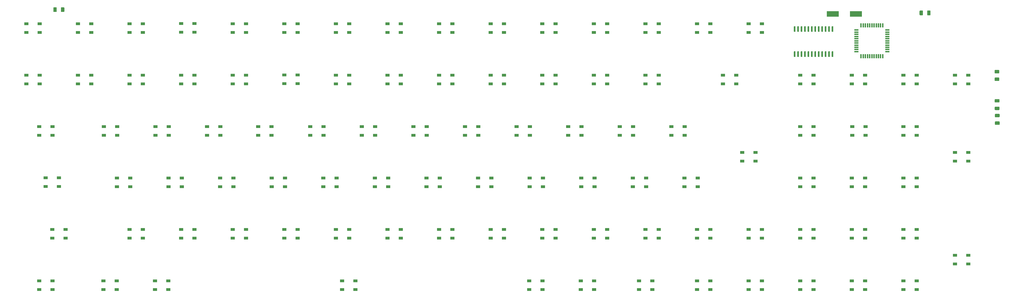
<source format=gbr>
G04 #@! TF.GenerationSoftware,KiCad,Pcbnew,(5.1.4)-1*
G04 #@! TF.CreationDate,2023-02-28T10:46:50+01:00*
G04 #@! TF.ProjectId,pcb,7063622e-6b69-4636-9164-5f7063625858,1.0*
G04 #@! TF.SameCoordinates,Original*
G04 #@! TF.FileFunction,Paste,Top*
G04 #@! TF.FilePolarity,Positive*
%FSLAX46Y46*%
G04 Gerber Fmt 4.6, Leading zero omitted, Abs format (unit mm)*
G04 Created by KiCad (PCBNEW (5.1.4)-1) date 2023-02-28 10:46:50*
%MOMM*%
%LPD*%
G04 APERTURE LIST*
%ADD10R,1.500000X0.550000*%
%ADD11R,0.550000X1.500000*%
%ADD12R,1.500000X1.000000*%
%ADD13R,4.500000X2.000000*%
%ADD14C,0.100000*%
%ADD15C,0.600000*%
%ADD16C,1.250000*%
G04 APERTURE END LIST*
D10*
X351712000Y-137286000D03*
X351712000Y-136486000D03*
X351712000Y-135686000D03*
X351712000Y-134886000D03*
X351712000Y-134086000D03*
X351712000Y-133286000D03*
X351712000Y-132486000D03*
X351712000Y-131686000D03*
X351712000Y-130886000D03*
X351712000Y-130086000D03*
X351712000Y-129286000D03*
D11*
X350012000Y-127586000D03*
X349212000Y-127586000D03*
X348412000Y-127586000D03*
X347612000Y-127586000D03*
X346812000Y-127586000D03*
X346012000Y-127586000D03*
X345212000Y-127586000D03*
X344412000Y-127586000D03*
X343612000Y-127586000D03*
X342812000Y-127586000D03*
X342012000Y-127586000D03*
D10*
X340312000Y-129286000D03*
X340312000Y-130086000D03*
X340312000Y-130886000D03*
X340312000Y-131686000D03*
X340312000Y-132486000D03*
X340312000Y-133286000D03*
X340312000Y-134086000D03*
X340312000Y-134886000D03*
X340312000Y-135686000D03*
X340312000Y-136486000D03*
X340312000Y-137286000D03*
D11*
X342012000Y-138986000D03*
X342812000Y-138986000D03*
X343612000Y-138986000D03*
X344412000Y-138986000D03*
X345212000Y-138986000D03*
X346012000Y-138986000D03*
X346812000Y-138986000D03*
X347612000Y-138986000D03*
X348412000Y-138986000D03*
X349212000Y-138986000D03*
X350012000Y-138986000D03*
D12*
X338608000Y-184138000D03*
X338608000Y-187338000D03*
X343508000Y-184138000D03*
X343508000Y-187338000D03*
X243358000Y-126988000D03*
X243358000Y-130188000D03*
X248258000Y-126988000D03*
X248258000Y-130188000D03*
X224308000Y-126988000D03*
X224308000Y-130188000D03*
X229208000Y-126988000D03*
X229208000Y-130188000D03*
X259996000Y-222238000D03*
X259996000Y-225438000D03*
X264896000Y-222238000D03*
X264896000Y-225438000D03*
X281458000Y-222238000D03*
X281458000Y-225438000D03*
X286358000Y-222238000D03*
X286358000Y-225438000D03*
X319558000Y-222238000D03*
X319558000Y-225438000D03*
X324458000Y-222238000D03*
X324458000Y-225438000D03*
X338608000Y-222238000D03*
X338608000Y-225438000D03*
X343508000Y-222238000D03*
X343508000Y-225438000D03*
X357658000Y-165088000D03*
X357658000Y-168288000D03*
X362558000Y-165088000D03*
X362558000Y-168288000D03*
X300508000Y-126988000D03*
X300508000Y-130188000D03*
X305408000Y-126988000D03*
X305408000Y-130188000D03*
X319558000Y-146038000D03*
X319558000Y-149238000D03*
X324458000Y-146038000D03*
X324458000Y-149238000D03*
X338608000Y-146038000D03*
X338608000Y-149238000D03*
X343508000Y-146038000D03*
X343508000Y-149238000D03*
X290984000Y-146038000D03*
X290984000Y-149238000D03*
X295884000Y-146038000D03*
X295884000Y-149238000D03*
X233834000Y-165088000D03*
X233834000Y-168288000D03*
X238734000Y-165088000D03*
X238734000Y-168288000D03*
X357658000Y-222238000D03*
X357658000Y-225438000D03*
X362558000Y-222238000D03*
X362558000Y-225438000D03*
X238660000Y-184138000D03*
X238660000Y-187338000D03*
X243560000Y-184138000D03*
X243560000Y-187338000D03*
X376708000Y-174612000D03*
X376708000Y-177812000D03*
X381608000Y-174612000D03*
X381608000Y-177812000D03*
X298096000Y-174612000D03*
X298096000Y-177812000D03*
X302996000Y-174612000D03*
X302996000Y-177812000D03*
X338736000Y-165088000D03*
X338736000Y-168288000D03*
X343636000Y-165088000D03*
X343636000Y-168288000D03*
X62383500Y-165088000D03*
X62383500Y-168288000D03*
X67283500Y-165088000D03*
X67283500Y-168288000D03*
X67209500Y-184138000D03*
X67209500Y-187338000D03*
X72109500Y-184138000D03*
X72109500Y-187338000D03*
X176684000Y-165088000D03*
X176684000Y-168288000D03*
X181584000Y-165088000D03*
X181584000Y-168288000D03*
X271934000Y-165088000D03*
X271934000Y-168288000D03*
X276834000Y-165088000D03*
X276834000Y-168288000D03*
X119406000Y-165088000D03*
X119406000Y-168288000D03*
X124306000Y-165088000D03*
X124306000Y-168288000D03*
X357658000Y-146038000D03*
X357658000Y-149238000D03*
X362558000Y-146038000D03*
X362558000Y-149238000D03*
X100484000Y-165088000D03*
X100484000Y-168288000D03*
X105384000Y-165088000D03*
X105384000Y-168288000D03*
X148108000Y-146038000D03*
X148108000Y-149238000D03*
X153008000Y-146038000D03*
X153008000Y-149238000D03*
X71908500Y-146038000D03*
X71908500Y-149238000D03*
X76808500Y-146038000D03*
X76808500Y-149238000D03*
X52858500Y-146038000D03*
X52858500Y-149238000D03*
X57758500Y-146038000D03*
X57758500Y-149238000D03*
X186208000Y-146038000D03*
X186208000Y-149238000D03*
X191108000Y-146038000D03*
X191108000Y-149238000D03*
X167158000Y-146038000D03*
X167158000Y-149238000D03*
X172058000Y-146038000D03*
X172058000Y-149238000D03*
X243358000Y-146038000D03*
X243358000Y-149238000D03*
X248258000Y-146038000D03*
X248258000Y-149238000D03*
X262408000Y-146038000D03*
X262408000Y-149238000D03*
X267308000Y-146038000D03*
X267308000Y-149238000D03*
X224308000Y-146038000D03*
X224308000Y-149238000D03*
X229208000Y-146038000D03*
X229208000Y-149238000D03*
X205258000Y-146038000D03*
X205258000Y-149238000D03*
X210158000Y-146038000D03*
X210158000Y-149238000D03*
X90958500Y-146038000D03*
X90958500Y-149238000D03*
X95858500Y-146038000D03*
X95858500Y-149238000D03*
X110008000Y-146038000D03*
X110008000Y-149238000D03*
X114908000Y-146038000D03*
X114908000Y-149238000D03*
X129058000Y-145974000D03*
X129058000Y-149174000D03*
X133958000Y-145974000D03*
X133958000Y-149174000D03*
X81433500Y-165088000D03*
X81433500Y-168288000D03*
X86333500Y-165088000D03*
X86333500Y-168288000D03*
X252884000Y-165088000D03*
X252884000Y-168288000D03*
X257784000Y-165088000D03*
X257784000Y-168288000D03*
X195734000Y-165088000D03*
X195734000Y-168288000D03*
X200634000Y-165088000D03*
X200634000Y-168288000D03*
X357658000Y-184138000D03*
X357658000Y-187338000D03*
X362558000Y-184138000D03*
X362558000Y-187338000D03*
X90958500Y-203188000D03*
X90958500Y-206388000D03*
X95858500Y-203188000D03*
X95858500Y-206388000D03*
X276760000Y-184138000D03*
X276760000Y-187338000D03*
X281660000Y-184138000D03*
X281660000Y-187338000D03*
X300508000Y-203188000D03*
X300508000Y-206388000D03*
X305408000Y-203188000D03*
X305408000Y-206388000D03*
X281458000Y-203188000D03*
X281458000Y-206388000D03*
X286358000Y-203188000D03*
X286358000Y-206388000D03*
X81306500Y-222238000D03*
X81306500Y-225438000D03*
X86206500Y-222238000D03*
X86206500Y-225438000D03*
X338608000Y-203188000D03*
X338608000Y-206388000D03*
X343508000Y-203188000D03*
X343508000Y-206388000D03*
X376708000Y-212712000D03*
X376708000Y-215912000D03*
X381608000Y-212712000D03*
X381608000Y-215912000D03*
X219482000Y-222238000D03*
X219482000Y-225438000D03*
X224382000Y-222238000D03*
X224382000Y-225438000D03*
X150394000Y-222238000D03*
X150394000Y-225438000D03*
X155294000Y-222238000D03*
X155294000Y-225438000D03*
X62256500Y-222238000D03*
X62256500Y-225438000D03*
X67156500Y-222238000D03*
X67156500Y-225438000D03*
X357658000Y-203188000D03*
X357658000Y-206388000D03*
X362558000Y-203188000D03*
X362558000Y-206388000D03*
X319558000Y-203188000D03*
X319558000Y-206388000D03*
X324458000Y-203188000D03*
X324458000Y-206388000D03*
X71908500Y-203188000D03*
X71908500Y-206388000D03*
X76808500Y-203188000D03*
X76808500Y-206388000D03*
X110008000Y-203188000D03*
X110008000Y-206388000D03*
X114908000Y-203188000D03*
X114908000Y-206388000D03*
X186208000Y-203188000D03*
X186208000Y-206388000D03*
X191108000Y-203188000D03*
X191108000Y-206388000D03*
X262408000Y-203188000D03*
X262408000Y-206388000D03*
X267308000Y-203188000D03*
X267308000Y-206388000D03*
X243358000Y-203188000D03*
X243358000Y-206388000D03*
X248258000Y-203188000D03*
X248258000Y-206388000D03*
X300508000Y-222238000D03*
X300508000Y-225438000D03*
X305408000Y-222238000D03*
X305408000Y-225438000D03*
X129058000Y-203188000D03*
X129058000Y-206388000D03*
X133958000Y-203188000D03*
X133958000Y-206388000D03*
X224308000Y-203188000D03*
X224308000Y-206388000D03*
X229208000Y-203188000D03*
X229208000Y-206388000D03*
X148108000Y-203188000D03*
X148108000Y-206388000D03*
X153008000Y-203188000D03*
X153008000Y-206388000D03*
X167158000Y-203188000D03*
X167158000Y-206388000D03*
X172058000Y-203188000D03*
X172058000Y-206388000D03*
X319558000Y-184138000D03*
X319558000Y-187338000D03*
X324458000Y-184138000D03*
X324458000Y-187338000D03*
X238532000Y-222238000D03*
X238532000Y-225438000D03*
X243432000Y-222238000D03*
X243432000Y-225438000D03*
X205258000Y-203188000D03*
X205258000Y-206388000D03*
X210158000Y-203188000D03*
X210158000Y-206388000D03*
X214784000Y-165088000D03*
X214784000Y-168288000D03*
X219684000Y-165088000D03*
X219684000Y-168288000D03*
X138584000Y-165088000D03*
X138584000Y-168288000D03*
X143484000Y-165088000D03*
X143484000Y-168288000D03*
X319558000Y-165088000D03*
X319558000Y-168288000D03*
X324458000Y-165088000D03*
X324458000Y-168288000D03*
X181510000Y-184138000D03*
X181510000Y-187338000D03*
X186410000Y-184138000D03*
X186410000Y-187338000D03*
X143410000Y-184138000D03*
X143410000Y-187338000D03*
X148310000Y-184138000D03*
X148310000Y-187338000D03*
X86259500Y-184138000D03*
X86259500Y-187338000D03*
X91159500Y-184138000D03*
X91159500Y-187338000D03*
X200560000Y-184138000D03*
X200560000Y-187338000D03*
X205460000Y-184138000D03*
X205460000Y-187338000D03*
X124360000Y-184138000D03*
X124360000Y-187338000D03*
X129260000Y-184138000D03*
X129260000Y-187338000D03*
X105310000Y-184138000D03*
X105310000Y-187338000D03*
X110210000Y-184138000D03*
X110210000Y-187338000D03*
X257710000Y-184138000D03*
X257710000Y-187338000D03*
X262610000Y-184138000D03*
X262610000Y-187338000D03*
X219610000Y-184138000D03*
X219610000Y-187338000D03*
X224510000Y-184138000D03*
X224510000Y-187338000D03*
X162460000Y-184138000D03*
X162460000Y-187338000D03*
X167360000Y-184138000D03*
X167360000Y-187338000D03*
X157634000Y-165088000D03*
X157634000Y-168288000D03*
X162534000Y-165088000D03*
X162534000Y-168288000D03*
X376708000Y-146038000D03*
X376708000Y-149238000D03*
X381608000Y-146038000D03*
X381608000Y-149238000D03*
X40920500Y-184074000D03*
X40920500Y-187274000D03*
X45820500Y-184074000D03*
X45820500Y-187274000D03*
X38507500Y-165088000D03*
X38507500Y-168288000D03*
X43407500Y-165088000D03*
X43407500Y-168288000D03*
X38507500Y-222238000D03*
X38507500Y-225438000D03*
X43407500Y-222238000D03*
X43407500Y-225438000D03*
X43333500Y-203188000D03*
X43333500Y-206388000D03*
X48233500Y-203188000D03*
X48233500Y-206388000D03*
X33808500Y-146038000D03*
X33808500Y-149238000D03*
X38708500Y-146038000D03*
X38708500Y-149238000D03*
X205258000Y-126988000D03*
X205258000Y-130188000D03*
X210158000Y-126988000D03*
X210158000Y-130188000D03*
X281458000Y-126988000D03*
X281458000Y-130188000D03*
X286358000Y-126988000D03*
X286358000Y-130188000D03*
X262408000Y-126988000D03*
X262408000Y-130188000D03*
X267308000Y-126988000D03*
X267308000Y-130188000D03*
X186208000Y-126988000D03*
X186208000Y-130188000D03*
X191108000Y-126988000D03*
X191108000Y-130188000D03*
X110008000Y-126988000D03*
X110008000Y-130188000D03*
X114908000Y-126988000D03*
X114908000Y-130188000D03*
X167158000Y-126988000D03*
X167158000Y-130188000D03*
X172058000Y-126988000D03*
X172058000Y-130188000D03*
X71908500Y-126988000D03*
X71908500Y-130188000D03*
X76808500Y-126988000D03*
X76808500Y-130188000D03*
X90958500Y-126924000D03*
X90958500Y-130124000D03*
X95858500Y-126924000D03*
X95858500Y-130124000D03*
X148108000Y-126988000D03*
X148108000Y-130188000D03*
X153008000Y-126988000D03*
X153008000Y-130188000D03*
X129058000Y-126988000D03*
X129058000Y-130188000D03*
X133958000Y-126988000D03*
X133958000Y-130188000D03*
X52858500Y-126988000D03*
X52858500Y-130188000D03*
X57758500Y-126988000D03*
X57758500Y-130188000D03*
X33808500Y-126988000D03*
X33808500Y-130188000D03*
X38708500Y-126988000D03*
X38708500Y-130188000D03*
D13*
X340102000Y-123317000D03*
X331602000Y-123317000D03*
D14*
G36*
X317664703Y-137165722D02*
G01*
X317679264Y-137167882D01*
X317693543Y-137171459D01*
X317707403Y-137176418D01*
X317720710Y-137182712D01*
X317733336Y-137190280D01*
X317745159Y-137199048D01*
X317756066Y-137208934D01*
X317765952Y-137219841D01*
X317774720Y-137231664D01*
X317782288Y-137244290D01*
X317788582Y-137257597D01*
X317793541Y-137271457D01*
X317797118Y-137285736D01*
X317799278Y-137300297D01*
X317800000Y-137315000D01*
X317800000Y-139065000D01*
X317799278Y-139079703D01*
X317797118Y-139094264D01*
X317793541Y-139108543D01*
X317788582Y-139122403D01*
X317782288Y-139135710D01*
X317774720Y-139148336D01*
X317765952Y-139160159D01*
X317756066Y-139171066D01*
X317745159Y-139180952D01*
X317733336Y-139189720D01*
X317720710Y-139197288D01*
X317707403Y-139203582D01*
X317693543Y-139208541D01*
X317679264Y-139212118D01*
X317664703Y-139214278D01*
X317650000Y-139215000D01*
X317350000Y-139215000D01*
X317335297Y-139214278D01*
X317320736Y-139212118D01*
X317306457Y-139208541D01*
X317292597Y-139203582D01*
X317279290Y-139197288D01*
X317266664Y-139189720D01*
X317254841Y-139180952D01*
X317243934Y-139171066D01*
X317234048Y-139160159D01*
X317225280Y-139148336D01*
X317217712Y-139135710D01*
X317211418Y-139122403D01*
X317206459Y-139108543D01*
X317202882Y-139094264D01*
X317200722Y-139079703D01*
X317200000Y-139065000D01*
X317200000Y-137315000D01*
X317200722Y-137300297D01*
X317202882Y-137285736D01*
X317206459Y-137271457D01*
X317211418Y-137257597D01*
X317217712Y-137244290D01*
X317225280Y-137231664D01*
X317234048Y-137219841D01*
X317243934Y-137208934D01*
X317254841Y-137199048D01*
X317266664Y-137190280D01*
X317279290Y-137182712D01*
X317292597Y-137176418D01*
X317306457Y-137171459D01*
X317320736Y-137167882D01*
X317335297Y-137165722D01*
X317350000Y-137165000D01*
X317650000Y-137165000D01*
X317664703Y-137165722D01*
X317664703Y-137165722D01*
G37*
D15*
X317500000Y-138190000D03*
D14*
G36*
X318934703Y-137165722D02*
G01*
X318949264Y-137167882D01*
X318963543Y-137171459D01*
X318977403Y-137176418D01*
X318990710Y-137182712D01*
X319003336Y-137190280D01*
X319015159Y-137199048D01*
X319026066Y-137208934D01*
X319035952Y-137219841D01*
X319044720Y-137231664D01*
X319052288Y-137244290D01*
X319058582Y-137257597D01*
X319063541Y-137271457D01*
X319067118Y-137285736D01*
X319069278Y-137300297D01*
X319070000Y-137315000D01*
X319070000Y-139065000D01*
X319069278Y-139079703D01*
X319067118Y-139094264D01*
X319063541Y-139108543D01*
X319058582Y-139122403D01*
X319052288Y-139135710D01*
X319044720Y-139148336D01*
X319035952Y-139160159D01*
X319026066Y-139171066D01*
X319015159Y-139180952D01*
X319003336Y-139189720D01*
X318990710Y-139197288D01*
X318977403Y-139203582D01*
X318963543Y-139208541D01*
X318949264Y-139212118D01*
X318934703Y-139214278D01*
X318920000Y-139215000D01*
X318620000Y-139215000D01*
X318605297Y-139214278D01*
X318590736Y-139212118D01*
X318576457Y-139208541D01*
X318562597Y-139203582D01*
X318549290Y-139197288D01*
X318536664Y-139189720D01*
X318524841Y-139180952D01*
X318513934Y-139171066D01*
X318504048Y-139160159D01*
X318495280Y-139148336D01*
X318487712Y-139135710D01*
X318481418Y-139122403D01*
X318476459Y-139108543D01*
X318472882Y-139094264D01*
X318470722Y-139079703D01*
X318470000Y-139065000D01*
X318470000Y-137315000D01*
X318470722Y-137300297D01*
X318472882Y-137285736D01*
X318476459Y-137271457D01*
X318481418Y-137257597D01*
X318487712Y-137244290D01*
X318495280Y-137231664D01*
X318504048Y-137219841D01*
X318513934Y-137208934D01*
X318524841Y-137199048D01*
X318536664Y-137190280D01*
X318549290Y-137182712D01*
X318562597Y-137176418D01*
X318576457Y-137171459D01*
X318590736Y-137167882D01*
X318605297Y-137165722D01*
X318620000Y-137165000D01*
X318920000Y-137165000D01*
X318934703Y-137165722D01*
X318934703Y-137165722D01*
G37*
D15*
X318770000Y-138190000D03*
D14*
G36*
X320204703Y-137165722D02*
G01*
X320219264Y-137167882D01*
X320233543Y-137171459D01*
X320247403Y-137176418D01*
X320260710Y-137182712D01*
X320273336Y-137190280D01*
X320285159Y-137199048D01*
X320296066Y-137208934D01*
X320305952Y-137219841D01*
X320314720Y-137231664D01*
X320322288Y-137244290D01*
X320328582Y-137257597D01*
X320333541Y-137271457D01*
X320337118Y-137285736D01*
X320339278Y-137300297D01*
X320340000Y-137315000D01*
X320340000Y-139065000D01*
X320339278Y-139079703D01*
X320337118Y-139094264D01*
X320333541Y-139108543D01*
X320328582Y-139122403D01*
X320322288Y-139135710D01*
X320314720Y-139148336D01*
X320305952Y-139160159D01*
X320296066Y-139171066D01*
X320285159Y-139180952D01*
X320273336Y-139189720D01*
X320260710Y-139197288D01*
X320247403Y-139203582D01*
X320233543Y-139208541D01*
X320219264Y-139212118D01*
X320204703Y-139214278D01*
X320190000Y-139215000D01*
X319890000Y-139215000D01*
X319875297Y-139214278D01*
X319860736Y-139212118D01*
X319846457Y-139208541D01*
X319832597Y-139203582D01*
X319819290Y-139197288D01*
X319806664Y-139189720D01*
X319794841Y-139180952D01*
X319783934Y-139171066D01*
X319774048Y-139160159D01*
X319765280Y-139148336D01*
X319757712Y-139135710D01*
X319751418Y-139122403D01*
X319746459Y-139108543D01*
X319742882Y-139094264D01*
X319740722Y-139079703D01*
X319740000Y-139065000D01*
X319740000Y-137315000D01*
X319740722Y-137300297D01*
X319742882Y-137285736D01*
X319746459Y-137271457D01*
X319751418Y-137257597D01*
X319757712Y-137244290D01*
X319765280Y-137231664D01*
X319774048Y-137219841D01*
X319783934Y-137208934D01*
X319794841Y-137199048D01*
X319806664Y-137190280D01*
X319819290Y-137182712D01*
X319832597Y-137176418D01*
X319846457Y-137171459D01*
X319860736Y-137167882D01*
X319875297Y-137165722D01*
X319890000Y-137165000D01*
X320190000Y-137165000D01*
X320204703Y-137165722D01*
X320204703Y-137165722D01*
G37*
D15*
X320040000Y-138190000D03*
D14*
G36*
X321474703Y-137165722D02*
G01*
X321489264Y-137167882D01*
X321503543Y-137171459D01*
X321517403Y-137176418D01*
X321530710Y-137182712D01*
X321543336Y-137190280D01*
X321555159Y-137199048D01*
X321566066Y-137208934D01*
X321575952Y-137219841D01*
X321584720Y-137231664D01*
X321592288Y-137244290D01*
X321598582Y-137257597D01*
X321603541Y-137271457D01*
X321607118Y-137285736D01*
X321609278Y-137300297D01*
X321610000Y-137315000D01*
X321610000Y-139065000D01*
X321609278Y-139079703D01*
X321607118Y-139094264D01*
X321603541Y-139108543D01*
X321598582Y-139122403D01*
X321592288Y-139135710D01*
X321584720Y-139148336D01*
X321575952Y-139160159D01*
X321566066Y-139171066D01*
X321555159Y-139180952D01*
X321543336Y-139189720D01*
X321530710Y-139197288D01*
X321517403Y-139203582D01*
X321503543Y-139208541D01*
X321489264Y-139212118D01*
X321474703Y-139214278D01*
X321460000Y-139215000D01*
X321160000Y-139215000D01*
X321145297Y-139214278D01*
X321130736Y-139212118D01*
X321116457Y-139208541D01*
X321102597Y-139203582D01*
X321089290Y-139197288D01*
X321076664Y-139189720D01*
X321064841Y-139180952D01*
X321053934Y-139171066D01*
X321044048Y-139160159D01*
X321035280Y-139148336D01*
X321027712Y-139135710D01*
X321021418Y-139122403D01*
X321016459Y-139108543D01*
X321012882Y-139094264D01*
X321010722Y-139079703D01*
X321010000Y-139065000D01*
X321010000Y-137315000D01*
X321010722Y-137300297D01*
X321012882Y-137285736D01*
X321016459Y-137271457D01*
X321021418Y-137257597D01*
X321027712Y-137244290D01*
X321035280Y-137231664D01*
X321044048Y-137219841D01*
X321053934Y-137208934D01*
X321064841Y-137199048D01*
X321076664Y-137190280D01*
X321089290Y-137182712D01*
X321102597Y-137176418D01*
X321116457Y-137171459D01*
X321130736Y-137167882D01*
X321145297Y-137165722D01*
X321160000Y-137165000D01*
X321460000Y-137165000D01*
X321474703Y-137165722D01*
X321474703Y-137165722D01*
G37*
D15*
X321310000Y-138190000D03*
D14*
G36*
X322744703Y-137165722D02*
G01*
X322759264Y-137167882D01*
X322773543Y-137171459D01*
X322787403Y-137176418D01*
X322800710Y-137182712D01*
X322813336Y-137190280D01*
X322825159Y-137199048D01*
X322836066Y-137208934D01*
X322845952Y-137219841D01*
X322854720Y-137231664D01*
X322862288Y-137244290D01*
X322868582Y-137257597D01*
X322873541Y-137271457D01*
X322877118Y-137285736D01*
X322879278Y-137300297D01*
X322880000Y-137315000D01*
X322880000Y-139065000D01*
X322879278Y-139079703D01*
X322877118Y-139094264D01*
X322873541Y-139108543D01*
X322868582Y-139122403D01*
X322862288Y-139135710D01*
X322854720Y-139148336D01*
X322845952Y-139160159D01*
X322836066Y-139171066D01*
X322825159Y-139180952D01*
X322813336Y-139189720D01*
X322800710Y-139197288D01*
X322787403Y-139203582D01*
X322773543Y-139208541D01*
X322759264Y-139212118D01*
X322744703Y-139214278D01*
X322730000Y-139215000D01*
X322430000Y-139215000D01*
X322415297Y-139214278D01*
X322400736Y-139212118D01*
X322386457Y-139208541D01*
X322372597Y-139203582D01*
X322359290Y-139197288D01*
X322346664Y-139189720D01*
X322334841Y-139180952D01*
X322323934Y-139171066D01*
X322314048Y-139160159D01*
X322305280Y-139148336D01*
X322297712Y-139135710D01*
X322291418Y-139122403D01*
X322286459Y-139108543D01*
X322282882Y-139094264D01*
X322280722Y-139079703D01*
X322280000Y-139065000D01*
X322280000Y-137315000D01*
X322280722Y-137300297D01*
X322282882Y-137285736D01*
X322286459Y-137271457D01*
X322291418Y-137257597D01*
X322297712Y-137244290D01*
X322305280Y-137231664D01*
X322314048Y-137219841D01*
X322323934Y-137208934D01*
X322334841Y-137199048D01*
X322346664Y-137190280D01*
X322359290Y-137182712D01*
X322372597Y-137176418D01*
X322386457Y-137171459D01*
X322400736Y-137167882D01*
X322415297Y-137165722D01*
X322430000Y-137165000D01*
X322730000Y-137165000D01*
X322744703Y-137165722D01*
X322744703Y-137165722D01*
G37*
D15*
X322580000Y-138190000D03*
D14*
G36*
X324014703Y-137165722D02*
G01*
X324029264Y-137167882D01*
X324043543Y-137171459D01*
X324057403Y-137176418D01*
X324070710Y-137182712D01*
X324083336Y-137190280D01*
X324095159Y-137199048D01*
X324106066Y-137208934D01*
X324115952Y-137219841D01*
X324124720Y-137231664D01*
X324132288Y-137244290D01*
X324138582Y-137257597D01*
X324143541Y-137271457D01*
X324147118Y-137285736D01*
X324149278Y-137300297D01*
X324150000Y-137315000D01*
X324150000Y-139065000D01*
X324149278Y-139079703D01*
X324147118Y-139094264D01*
X324143541Y-139108543D01*
X324138582Y-139122403D01*
X324132288Y-139135710D01*
X324124720Y-139148336D01*
X324115952Y-139160159D01*
X324106066Y-139171066D01*
X324095159Y-139180952D01*
X324083336Y-139189720D01*
X324070710Y-139197288D01*
X324057403Y-139203582D01*
X324043543Y-139208541D01*
X324029264Y-139212118D01*
X324014703Y-139214278D01*
X324000000Y-139215000D01*
X323700000Y-139215000D01*
X323685297Y-139214278D01*
X323670736Y-139212118D01*
X323656457Y-139208541D01*
X323642597Y-139203582D01*
X323629290Y-139197288D01*
X323616664Y-139189720D01*
X323604841Y-139180952D01*
X323593934Y-139171066D01*
X323584048Y-139160159D01*
X323575280Y-139148336D01*
X323567712Y-139135710D01*
X323561418Y-139122403D01*
X323556459Y-139108543D01*
X323552882Y-139094264D01*
X323550722Y-139079703D01*
X323550000Y-139065000D01*
X323550000Y-137315000D01*
X323550722Y-137300297D01*
X323552882Y-137285736D01*
X323556459Y-137271457D01*
X323561418Y-137257597D01*
X323567712Y-137244290D01*
X323575280Y-137231664D01*
X323584048Y-137219841D01*
X323593934Y-137208934D01*
X323604841Y-137199048D01*
X323616664Y-137190280D01*
X323629290Y-137182712D01*
X323642597Y-137176418D01*
X323656457Y-137171459D01*
X323670736Y-137167882D01*
X323685297Y-137165722D01*
X323700000Y-137165000D01*
X324000000Y-137165000D01*
X324014703Y-137165722D01*
X324014703Y-137165722D01*
G37*
D15*
X323850000Y-138190000D03*
D14*
G36*
X325284703Y-137165722D02*
G01*
X325299264Y-137167882D01*
X325313543Y-137171459D01*
X325327403Y-137176418D01*
X325340710Y-137182712D01*
X325353336Y-137190280D01*
X325365159Y-137199048D01*
X325376066Y-137208934D01*
X325385952Y-137219841D01*
X325394720Y-137231664D01*
X325402288Y-137244290D01*
X325408582Y-137257597D01*
X325413541Y-137271457D01*
X325417118Y-137285736D01*
X325419278Y-137300297D01*
X325420000Y-137315000D01*
X325420000Y-139065000D01*
X325419278Y-139079703D01*
X325417118Y-139094264D01*
X325413541Y-139108543D01*
X325408582Y-139122403D01*
X325402288Y-139135710D01*
X325394720Y-139148336D01*
X325385952Y-139160159D01*
X325376066Y-139171066D01*
X325365159Y-139180952D01*
X325353336Y-139189720D01*
X325340710Y-139197288D01*
X325327403Y-139203582D01*
X325313543Y-139208541D01*
X325299264Y-139212118D01*
X325284703Y-139214278D01*
X325270000Y-139215000D01*
X324970000Y-139215000D01*
X324955297Y-139214278D01*
X324940736Y-139212118D01*
X324926457Y-139208541D01*
X324912597Y-139203582D01*
X324899290Y-139197288D01*
X324886664Y-139189720D01*
X324874841Y-139180952D01*
X324863934Y-139171066D01*
X324854048Y-139160159D01*
X324845280Y-139148336D01*
X324837712Y-139135710D01*
X324831418Y-139122403D01*
X324826459Y-139108543D01*
X324822882Y-139094264D01*
X324820722Y-139079703D01*
X324820000Y-139065000D01*
X324820000Y-137315000D01*
X324820722Y-137300297D01*
X324822882Y-137285736D01*
X324826459Y-137271457D01*
X324831418Y-137257597D01*
X324837712Y-137244290D01*
X324845280Y-137231664D01*
X324854048Y-137219841D01*
X324863934Y-137208934D01*
X324874841Y-137199048D01*
X324886664Y-137190280D01*
X324899290Y-137182712D01*
X324912597Y-137176418D01*
X324926457Y-137171459D01*
X324940736Y-137167882D01*
X324955297Y-137165722D01*
X324970000Y-137165000D01*
X325270000Y-137165000D01*
X325284703Y-137165722D01*
X325284703Y-137165722D01*
G37*
D15*
X325120000Y-138190000D03*
D14*
G36*
X326554703Y-137165722D02*
G01*
X326569264Y-137167882D01*
X326583543Y-137171459D01*
X326597403Y-137176418D01*
X326610710Y-137182712D01*
X326623336Y-137190280D01*
X326635159Y-137199048D01*
X326646066Y-137208934D01*
X326655952Y-137219841D01*
X326664720Y-137231664D01*
X326672288Y-137244290D01*
X326678582Y-137257597D01*
X326683541Y-137271457D01*
X326687118Y-137285736D01*
X326689278Y-137300297D01*
X326690000Y-137315000D01*
X326690000Y-139065000D01*
X326689278Y-139079703D01*
X326687118Y-139094264D01*
X326683541Y-139108543D01*
X326678582Y-139122403D01*
X326672288Y-139135710D01*
X326664720Y-139148336D01*
X326655952Y-139160159D01*
X326646066Y-139171066D01*
X326635159Y-139180952D01*
X326623336Y-139189720D01*
X326610710Y-139197288D01*
X326597403Y-139203582D01*
X326583543Y-139208541D01*
X326569264Y-139212118D01*
X326554703Y-139214278D01*
X326540000Y-139215000D01*
X326240000Y-139215000D01*
X326225297Y-139214278D01*
X326210736Y-139212118D01*
X326196457Y-139208541D01*
X326182597Y-139203582D01*
X326169290Y-139197288D01*
X326156664Y-139189720D01*
X326144841Y-139180952D01*
X326133934Y-139171066D01*
X326124048Y-139160159D01*
X326115280Y-139148336D01*
X326107712Y-139135710D01*
X326101418Y-139122403D01*
X326096459Y-139108543D01*
X326092882Y-139094264D01*
X326090722Y-139079703D01*
X326090000Y-139065000D01*
X326090000Y-137315000D01*
X326090722Y-137300297D01*
X326092882Y-137285736D01*
X326096459Y-137271457D01*
X326101418Y-137257597D01*
X326107712Y-137244290D01*
X326115280Y-137231664D01*
X326124048Y-137219841D01*
X326133934Y-137208934D01*
X326144841Y-137199048D01*
X326156664Y-137190280D01*
X326169290Y-137182712D01*
X326182597Y-137176418D01*
X326196457Y-137171459D01*
X326210736Y-137167882D01*
X326225297Y-137165722D01*
X326240000Y-137165000D01*
X326540000Y-137165000D01*
X326554703Y-137165722D01*
X326554703Y-137165722D01*
G37*
D15*
X326390000Y-138190000D03*
D14*
G36*
X327824703Y-137165722D02*
G01*
X327839264Y-137167882D01*
X327853543Y-137171459D01*
X327867403Y-137176418D01*
X327880710Y-137182712D01*
X327893336Y-137190280D01*
X327905159Y-137199048D01*
X327916066Y-137208934D01*
X327925952Y-137219841D01*
X327934720Y-137231664D01*
X327942288Y-137244290D01*
X327948582Y-137257597D01*
X327953541Y-137271457D01*
X327957118Y-137285736D01*
X327959278Y-137300297D01*
X327960000Y-137315000D01*
X327960000Y-139065000D01*
X327959278Y-139079703D01*
X327957118Y-139094264D01*
X327953541Y-139108543D01*
X327948582Y-139122403D01*
X327942288Y-139135710D01*
X327934720Y-139148336D01*
X327925952Y-139160159D01*
X327916066Y-139171066D01*
X327905159Y-139180952D01*
X327893336Y-139189720D01*
X327880710Y-139197288D01*
X327867403Y-139203582D01*
X327853543Y-139208541D01*
X327839264Y-139212118D01*
X327824703Y-139214278D01*
X327810000Y-139215000D01*
X327510000Y-139215000D01*
X327495297Y-139214278D01*
X327480736Y-139212118D01*
X327466457Y-139208541D01*
X327452597Y-139203582D01*
X327439290Y-139197288D01*
X327426664Y-139189720D01*
X327414841Y-139180952D01*
X327403934Y-139171066D01*
X327394048Y-139160159D01*
X327385280Y-139148336D01*
X327377712Y-139135710D01*
X327371418Y-139122403D01*
X327366459Y-139108543D01*
X327362882Y-139094264D01*
X327360722Y-139079703D01*
X327360000Y-139065000D01*
X327360000Y-137315000D01*
X327360722Y-137300297D01*
X327362882Y-137285736D01*
X327366459Y-137271457D01*
X327371418Y-137257597D01*
X327377712Y-137244290D01*
X327385280Y-137231664D01*
X327394048Y-137219841D01*
X327403934Y-137208934D01*
X327414841Y-137199048D01*
X327426664Y-137190280D01*
X327439290Y-137182712D01*
X327452597Y-137176418D01*
X327466457Y-137171459D01*
X327480736Y-137167882D01*
X327495297Y-137165722D01*
X327510000Y-137165000D01*
X327810000Y-137165000D01*
X327824703Y-137165722D01*
X327824703Y-137165722D01*
G37*
D15*
X327660000Y-138190000D03*
D14*
G36*
X329094703Y-137165722D02*
G01*
X329109264Y-137167882D01*
X329123543Y-137171459D01*
X329137403Y-137176418D01*
X329150710Y-137182712D01*
X329163336Y-137190280D01*
X329175159Y-137199048D01*
X329186066Y-137208934D01*
X329195952Y-137219841D01*
X329204720Y-137231664D01*
X329212288Y-137244290D01*
X329218582Y-137257597D01*
X329223541Y-137271457D01*
X329227118Y-137285736D01*
X329229278Y-137300297D01*
X329230000Y-137315000D01*
X329230000Y-139065000D01*
X329229278Y-139079703D01*
X329227118Y-139094264D01*
X329223541Y-139108543D01*
X329218582Y-139122403D01*
X329212288Y-139135710D01*
X329204720Y-139148336D01*
X329195952Y-139160159D01*
X329186066Y-139171066D01*
X329175159Y-139180952D01*
X329163336Y-139189720D01*
X329150710Y-139197288D01*
X329137403Y-139203582D01*
X329123543Y-139208541D01*
X329109264Y-139212118D01*
X329094703Y-139214278D01*
X329080000Y-139215000D01*
X328780000Y-139215000D01*
X328765297Y-139214278D01*
X328750736Y-139212118D01*
X328736457Y-139208541D01*
X328722597Y-139203582D01*
X328709290Y-139197288D01*
X328696664Y-139189720D01*
X328684841Y-139180952D01*
X328673934Y-139171066D01*
X328664048Y-139160159D01*
X328655280Y-139148336D01*
X328647712Y-139135710D01*
X328641418Y-139122403D01*
X328636459Y-139108543D01*
X328632882Y-139094264D01*
X328630722Y-139079703D01*
X328630000Y-139065000D01*
X328630000Y-137315000D01*
X328630722Y-137300297D01*
X328632882Y-137285736D01*
X328636459Y-137271457D01*
X328641418Y-137257597D01*
X328647712Y-137244290D01*
X328655280Y-137231664D01*
X328664048Y-137219841D01*
X328673934Y-137208934D01*
X328684841Y-137199048D01*
X328696664Y-137190280D01*
X328709290Y-137182712D01*
X328722597Y-137176418D01*
X328736457Y-137171459D01*
X328750736Y-137167882D01*
X328765297Y-137165722D01*
X328780000Y-137165000D01*
X329080000Y-137165000D01*
X329094703Y-137165722D01*
X329094703Y-137165722D01*
G37*
D15*
X328930000Y-138190000D03*
D14*
G36*
X330364703Y-137165722D02*
G01*
X330379264Y-137167882D01*
X330393543Y-137171459D01*
X330407403Y-137176418D01*
X330420710Y-137182712D01*
X330433336Y-137190280D01*
X330445159Y-137199048D01*
X330456066Y-137208934D01*
X330465952Y-137219841D01*
X330474720Y-137231664D01*
X330482288Y-137244290D01*
X330488582Y-137257597D01*
X330493541Y-137271457D01*
X330497118Y-137285736D01*
X330499278Y-137300297D01*
X330500000Y-137315000D01*
X330500000Y-139065000D01*
X330499278Y-139079703D01*
X330497118Y-139094264D01*
X330493541Y-139108543D01*
X330488582Y-139122403D01*
X330482288Y-139135710D01*
X330474720Y-139148336D01*
X330465952Y-139160159D01*
X330456066Y-139171066D01*
X330445159Y-139180952D01*
X330433336Y-139189720D01*
X330420710Y-139197288D01*
X330407403Y-139203582D01*
X330393543Y-139208541D01*
X330379264Y-139212118D01*
X330364703Y-139214278D01*
X330350000Y-139215000D01*
X330050000Y-139215000D01*
X330035297Y-139214278D01*
X330020736Y-139212118D01*
X330006457Y-139208541D01*
X329992597Y-139203582D01*
X329979290Y-139197288D01*
X329966664Y-139189720D01*
X329954841Y-139180952D01*
X329943934Y-139171066D01*
X329934048Y-139160159D01*
X329925280Y-139148336D01*
X329917712Y-139135710D01*
X329911418Y-139122403D01*
X329906459Y-139108543D01*
X329902882Y-139094264D01*
X329900722Y-139079703D01*
X329900000Y-139065000D01*
X329900000Y-137315000D01*
X329900722Y-137300297D01*
X329902882Y-137285736D01*
X329906459Y-137271457D01*
X329911418Y-137257597D01*
X329917712Y-137244290D01*
X329925280Y-137231664D01*
X329934048Y-137219841D01*
X329943934Y-137208934D01*
X329954841Y-137199048D01*
X329966664Y-137190280D01*
X329979290Y-137182712D01*
X329992597Y-137176418D01*
X330006457Y-137171459D01*
X330020736Y-137167882D01*
X330035297Y-137165722D01*
X330050000Y-137165000D01*
X330350000Y-137165000D01*
X330364703Y-137165722D01*
X330364703Y-137165722D01*
G37*
D15*
X330200000Y-138190000D03*
D14*
G36*
X331634703Y-137165722D02*
G01*
X331649264Y-137167882D01*
X331663543Y-137171459D01*
X331677403Y-137176418D01*
X331690710Y-137182712D01*
X331703336Y-137190280D01*
X331715159Y-137199048D01*
X331726066Y-137208934D01*
X331735952Y-137219841D01*
X331744720Y-137231664D01*
X331752288Y-137244290D01*
X331758582Y-137257597D01*
X331763541Y-137271457D01*
X331767118Y-137285736D01*
X331769278Y-137300297D01*
X331770000Y-137315000D01*
X331770000Y-139065000D01*
X331769278Y-139079703D01*
X331767118Y-139094264D01*
X331763541Y-139108543D01*
X331758582Y-139122403D01*
X331752288Y-139135710D01*
X331744720Y-139148336D01*
X331735952Y-139160159D01*
X331726066Y-139171066D01*
X331715159Y-139180952D01*
X331703336Y-139189720D01*
X331690710Y-139197288D01*
X331677403Y-139203582D01*
X331663543Y-139208541D01*
X331649264Y-139212118D01*
X331634703Y-139214278D01*
X331620000Y-139215000D01*
X331320000Y-139215000D01*
X331305297Y-139214278D01*
X331290736Y-139212118D01*
X331276457Y-139208541D01*
X331262597Y-139203582D01*
X331249290Y-139197288D01*
X331236664Y-139189720D01*
X331224841Y-139180952D01*
X331213934Y-139171066D01*
X331204048Y-139160159D01*
X331195280Y-139148336D01*
X331187712Y-139135710D01*
X331181418Y-139122403D01*
X331176459Y-139108543D01*
X331172882Y-139094264D01*
X331170722Y-139079703D01*
X331170000Y-139065000D01*
X331170000Y-137315000D01*
X331170722Y-137300297D01*
X331172882Y-137285736D01*
X331176459Y-137271457D01*
X331181418Y-137257597D01*
X331187712Y-137244290D01*
X331195280Y-137231664D01*
X331204048Y-137219841D01*
X331213934Y-137208934D01*
X331224841Y-137199048D01*
X331236664Y-137190280D01*
X331249290Y-137182712D01*
X331262597Y-137176418D01*
X331276457Y-137171459D01*
X331290736Y-137167882D01*
X331305297Y-137165722D01*
X331320000Y-137165000D01*
X331620000Y-137165000D01*
X331634703Y-137165722D01*
X331634703Y-137165722D01*
G37*
D15*
X331470000Y-138190000D03*
D14*
G36*
X331634703Y-127865722D02*
G01*
X331649264Y-127867882D01*
X331663543Y-127871459D01*
X331677403Y-127876418D01*
X331690710Y-127882712D01*
X331703336Y-127890280D01*
X331715159Y-127899048D01*
X331726066Y-127908934D01*
X331735952Y-127919841D01*
X331744720Y-127931664D01*
X331752288Y-127944290D01*
X331758582Y-127957597D01*
X331763541Y-127971457D01*
X331767118Y-127985736D01*
X331769278Y-128000297D01*
X331770000Y-128015000D01*
X331770000Y-129765000D01*
X331769278Y-129779703D01*
X331767118Y-129794264D01*
X331763541Y-129808543D01*
X331758582Y-129822403D01*
X331752288Y-129835710D01*
X331744720Y-129848336D01*
X331735952Y-129860159D01*
X331726066Y-129871066D01*
X331715159Y-129880952D01*
X331703336Y-129889720D01*
X331690710Y-129897288D01*
X331677403Y-129903582D01*
X331663543Y-129908541D01*
X331649264Y-129912118D01*
X331634703Y-129914278D01*
X331620000Y-129915000D01*
X331320000Y-129915000D01*
X331305297Y-129914278D01*
X331290736Y-129912118D01*
X331276457Y-129908541D01*
X331262597Y-129903582D01*
X331249290Y-129897288D01*
X331236664Y-129889720D01*
X331224841Y-129880952D01*
X331213934Y-129871066D01*
X331204048Y-129860159D01*
X331195280Y-129848336D01*
X331187712Y-129835710D01*
X331181418Y-129822403D01*
X331176459Y-129808543D01*
X331172882Y-129794264D01*
X331170722Y-129779703D01*
X331170000Y-129765000D01*
X331170000Y-128015000D01*
X331170722Y-128000297D01*
X331172882Y-127985736D01*
X331176459Y-127971457D01*
X331181418Y-127957597D01*
X331187712Y-127944290D01*
X331195280Y-127931664D01*
X331204048Y-127919841D01*
X331213934Y-127908934D01*
X331224841Y-127899048D01*
X331236664Y-127890280D01*
X331249290Y-127882712D01*
X331262597Y-127876418D01*
X331276457Y-127871459D01*
X331290736Y-127867882D01*
X331305297Y-127865722D01*
X331320000Y-127865000D01*
X331620000Y-127865000D01*
X331634703Y-127865722D01*
X331634703Y-127865722D01*
G37*
D15*
X331470000Y-128890000D03*
D14*
G36*
X330364703Y-127865722D02*
G01*
X330379264Y-127867882D01*
X330393543Y-127871459D01*
X330407403Y-127876418D01*
X330420710Y-127882712D01*
X330433336Y-127890280D01*
X330445159Y-127899048D01*
X330456066Y-127908934D01*
X330465952Y-127919841D01*
X330474720Y-127931664D01*
X330482288Y-127944290D01*
X330488582Y-127957597D01*
X330493541Y-127971457D01*
X330497118Y-127985736D01*
X330499278Y-128000297D01*
X330500000Y-128015000D01*
X330500000Y-129765000D01*
X330499278Y-129779703D01*
X330497118Y-129794264D01*
X330493541Y-129808543D01*
X330488582Y-129822403D01*
X330482288Y-129835710D01*
X330474720Y-129848336D01*
X330465952Y-129860159D01*
X330456066Y-129871066D01*
X330445159Y-129880952D01*
X330433336Y-129889720D01*
X330420710Y-129897288D01*
X330407403Y-129903582D01*
X330393543Y-129908541D01*
X330379264Y-129912118D01*
X330364703Y-129914278D01*
X330350000Y-129915000D01*
X330050000Y-129915000D01*
X330035297Y-129914278D01*
X330020736Y-129912118D01*
X330006457Y-129908541D01*
X329992597Y-129903582D01*
X329979290Y-129897288D01*
X329966664Y-129889720D01*
X329954841Y-129880952D01*
X329943934Y-129871066D01*
X329934048Y-129860159D01*
X329925280Y-129848336D01*
X329917712Y-129835710D01*
X329911418Y-129822403D01*
X329906459Y-129808543D01*
X329902882Y-129794264D01*
X329900722Y-129779703D01*
X329900000Y-129765000D01*
X329900000Y-128015000D01*
X329900722Y-128000297D01*
X329902882Y-127985736D01*
X329906459Y-127971457D01*
X329911418Y-127957597D01*
X329917712Y-127944290D01*
X329925280Y-127931664D01*
X329934048Y-127919841D01*
X329943934Y-127908934D01*
X329954841Y-127899048D01*
X329966664Y-127890280D01*
X329979290Y-127882712D01*
X329992597Y-127876418D01*
X330006457Y-127871459D01*
X330020736Y-127867882D01*
X330035297Y-127865722D01*
X330050000Y-127865000D01*
X330350000Y-127865000D01*
X330364703Y-127865722D01*
X330364703Y-127865722D01*
G37*
D15*
X330200000Y-128890000D03*
D14*
G36*
X329094703Y-127865722D02*
G01*
X329109264Y-127867882D01*
X329123543Y-127871459D01*
X329137403Y-127876418D01*
X329150710Y-127882712D01*
X329163336Y-127890280D01*
X329175159Y-127899048D01*
X329186066Y-127908934D01*
X329195952Y-127919841D01*
X329204720Y-127931664D01*
X329212288Y-127944290D01*
X329218582Y-127957597D01*
X329223541Y-127971457D01*
X329227118Y-127985736D01*
X329229278Y-128000297D01*
X329230000Y-128015000D01*
X329230000Y-129765000D01*
X329229278Y-129779703D01*
X329227118Y-129794264D01*
X329223541Y-129808543D01*
X329218582Y-129822403D01*
X329212288Y-129835710D01*
X329204720Y-129848336D01*
X329195952Y-129860159D01*
X329186066Y-129871066D01*
X329175159Y-129880952D01*
X329163336Y-129889720D01*
X329150710Y-129897288D01*
X329137403Y-129903582D01*
X329123543Y-129908541D01*
X329109264Y-129912118D01*
X329094703Y-129914278D01*
X329080000Y-129915000D01*
X328780000Y-129915000D01*
X328765297Y-129914278D01*
X328750736Y-129912118D01*
X328736457Y-129908541D01*
X328722597Y-129903582D01*
X328709290Y-129897288D01*
X328696664Y-129889720D01*
X328684841Y-129880952D01*
X328673934Y-129871066D01*
X328664048Y-129860159D01*
X328655280Y-129848336D01*
X328647712Y-129835710D01*
X328641418Y-129822403D01*
X328636459Y-129808543D01*
X328632882Y-129794264D01*
X328630722Y-129779703D01*
X328630000Y-129765000D01*
X328630000Y-128015000D01*
X328630722Y-128000297D01*
X328632882Y-127985736D01*
X328636459Y-127971457D01*
X328641418Y-127957597D01*
X328647712Y-127944290D01*
X328655280Y-127931664D01*
X328664048Y-127919841D01*
X328673934Y-127908934D01*
X328684841Y-127899048D01*
X328696664Y-127890280D01*
X328709290Y-127882712D01*
X328722597Y-127876418D01*
X328736457Y-127871459D01*
X328750736Y-127867882D01*
X328765297Y-127865722D01*
X328780000Y-127865000D01*
X329080000Y-127865000D01*
X329094703Y-127865722D01*
X329094703Y-127865722D01*
G37*
D15*
X328930000Y-128890000D03*
D14*
G36*
X327824703Y-127865722D02*
G01*
X327839264Y-127867882D01*
X327853543Y-127871459D01*
X327867403Y-127876418D01*
X327880710Y-127882712D01*
X327893336Y-127890280D01*
X327905159Y-127899048D01*
X327916066Y-127908934D01*
X327925952Y-127919841D01*
X327934720Y-127931664D01*
X327942288Y-127944290D01*
X327948582Y-127957597D01*
X327953541Y-127971457D01*
X327957118Y-127985736D01*
X327959278Y-128000297D01*
X327960000Y-128015000D01*
X327960000Y-129765000D01*
X327959278Y-129779703D01*
X327957118Y-129794264D01*
X327953541Y-129808543D01*
X327948582Y-129822403D01*
X327942288Y-129835710D01*
X327934720Y-129848336D01*
X327925952Y-129860159D01*
X327916066Y-129871066D01*
X327905159Y-129880952D01*
X327893336Y-129889720D01*
X327880710Y-129897288D01*
X327867403Y-129903582D01*
X327853543Y-129908541D01*
X327839264Y-129912118D01*
X327824703Y-129914278D01*
X327810000Y-129915000D01*
X327510000Y-129915000D01*
X327495297Y-129914278D01*
X327480736Y-129912118D01*
X327466457Y-129908541D01*
X327452597Y-129903582D01*
X327439290Y-129897288D01*
X327426664Y-129889720D01*
X327414841Y-129880952D01*
X327403934Y-129871066D01*
X327394048Y-129860159D01*
X327385280Y-129848336D01*
X327377712Y-129835710D01*
X327371418Y-129822403D01*
X327366459Y-129808543D01*
X327362882Y-129794264D01*
X327360722Y-129779703D01*
X327360000Y-129765000D01*
X327360000Y-128015000D01*
X327360722Y-128000297D01*
X327362882Y-127985736D01*
X327366459Y-127971457D01*
X327371418Y-127957597D01*
X327377712Y-127944290D01*
X327385280Y-127931664D01*
X327394048Y-127919841D01*
X327403934Y-127908934D01*
X327414841Y-127899048D01*
X327426664Y-127890280D01*
X327439290Y-127882712D01*
X327452597Y-127876418D01*
X327466457Y-127871459D01*
X327480736Y-127867882D01*
X327495297Y-127865722D01*
X327510000Y-127865000D01*
X327810000Y-127865000D01*
X327824703Y-127865722D01*
X327824703Y-127865722D01*
G37*
D15*
X327660000Y-128890000D03*
D14*
G36*
X326554703Y-127865722D02*
G01*
X326569264Y-127867882D01*
X326583543Y-127871459D01*
X326597403Y-127876418D01*
X326610710Y-127882712D01*
X326623336Y-127890280D01*
X326635159Y-127899048D01*
X326646066Y-127908934D01*
X326655952Y-127919841D01*
X326664720Y-127931664D01*
X326672288Y-127944290D01*
X326678582Y-127957597D01*
X326683541Y-127971457D01*
X326687118Y-127985736D01*
X326689278Y-128000297D01*
X326690000Y-128015000D01*
X326690000Y-129765000D01*
X326689278Y-129779703D01*
X326687118Y-129794264D01*
X326683541Y-129808543D01*
X326678582Y-129822403D01*
X326672288Y-129835710D01*
X326664720Y-129848336D01*
X326655952Y-129860159D01*
X326646066Y-129871066D01*
X326635159Y-129880952D01*
X326623336Y-129889720D01*
X326610710Y-129897288D01*
X326597403Y-129903582D01*
X326583543Y-129908541D01*
X326569264Y-129912118D01*
X326554703Y-129914278D01*
X326540000Y-129915000D01*
X326240000Y-129915000D01*
X326225297Y-129914278D01*
X326210736Y-129912118D01*
X326196457Y-129908541D01*
X326182597Y-129903582D01*
X326169290Y-129897288D01*
X326156664Y-129889720D01*
X326144841Y-129880952D01*
X326133934Y-129871066D01*
X326124048Y-129860159D01*
X326115280Y-129848336D01*
X326107712Y-129835710D01*
X326101418Y-129822403D01*
X326096459Y-129808543D01*
X326092882Y-129794264D01*
X326090722Y-129779703D01*
X326090000Y-129765000D01*
X326090000Y-128015000D01*
X326090722Y-128000297D01*
X326092882Y-127985736D01*
X326096459Y-127971457D01*
X326101418Y-127957597D01*
X326107712Y-127944290D01*
X326115280Y-127931664D01*
X326124048Y-127919841D01*
X326133934Y-127908934D01*
X326144841Y-127899048D01*
X326156664Y-127890280D01*
X326169290Y-127882712D01*
X326182597Y-127876418D01*
X326196457Y-127871459D01*
X326210736Y-127867882D01*
X326225297Y-127865722D01*
X326240000Y-127865000D01*
X326540000Y-127865000D01*
X326554703Y-127865722D01*
X326554703Y-127865722D01*
G37*
D15*
X326390000Y-128890000D03*
D14*
G36*
X325284703Y-127865722D02*
G01*
X325299264Y-127867882D01*
X325313543Y-127871459D01*
X325327403Y-127876418D01*
X325340710Y-127882712D01*
X325353336Y-127890280D01*
X325365159Y-127899048D01*
X325376066Y-127908934D01*
X325385952Y-127919841D01*
X325394720Y-127931664D01*
X325402288Y-127944290D01*
X325408582Y-127957597D01*
X325413541Y-127971457D01*
X325417118Y-127985736D01*
X325419278Y-128000297D01*
X325420000Y-128015000D01*
X325420000Y-129765000D01*
X325419278Y-129779703D01*
X325417118Y-129794264D01*
X325413541Y-129808543D01*
X325408582Y-129822403D01*
X325402288Y-129835710D01*
X325394720Y-129848336D01*
X325385952Y-129860159D01*
X325376066Y-129871066D01*
X325365159Y-129880952D01*
X325353336Y-129889720D01*
X325340710Y-129897288D01*
X325327403Y-129903582D01*
X325313543Y-129908541D01*
X325299264Y-129912118D01*
X325284703Y-129914278D01*
X325270000Y-129915000D01*
X324970000Y-129915000D01*
X324955297Y-129914278D01*
X324940736Y-129912118D01*
X324926457Y-129908541D01*
X324912597Y-129903582D01*
X324899290Y-129897288D01*
X324886664Y-129889720D01*
X324874841Y-129880952D01*
X324863934Y-129871066D01*
X324854048Y-129860159D01*
X324845280Y-129848336D01*
X324837712Y-129835710D01*
X324831418Y-129822403D01*
X324826459Y-129808543D01*
X324822882Y-129794264D01*
X324820722Y-129779703D01*
X324820000Y-129765000D01*
X324820000Y-128015000D01*
X324820722Y-128000297D01*
X324822882Y-127985736D01*
X324826459Y-127971457D01*
X324831418Y-127957597D01*
X324837712Y-127944290D01*
X324845280Y-127931664D01*
X324854048Y-127919841D01*
X324863934Y-127908934D01*
X324874841Y-127899048D01*
X324886664Y-127890280D01*
X324899290Y-127882712D01*
X324912597Y-127876418D01*
X324926457Y-127871459D01*
X324940736Y-127867882D01*
X324955297Y-127865722D01*
X324970000Y-127865000D01*
X325270000Y-127865000D01*
X325284703Y-127865722D01*
X325284703Y-127865722D01*
G37*
D15*
X325120000Y-128890000D03*
D14*
G36*
X324014703Y-127865722D02*
G01*
X324029264Y-127867882D01*
X324043543Y-127871459D01*
X324057403Y-127876418D01*
X324070710Y-127882712D01*
X324083336Y-127890280D01*
X324095159Y-127899048D01*
X324106066Y-127908934D01*
X324115952Y-127919841D01*
X324124720Y-127931664D01*
X324132288Y-127944290D01*
X324138582Y-127957597D01*
X324143541Y-127971457D01*
X324147118Y-127985736D01*
X324149278Y-128000297D01*
X324150000Y-128015000D01*
X324150000Y-129765000D01*
X324149278Y-129779703D01*
X324147118Y-129794264D01*
X324143541Y-129808543D01*
X324138582Y-129822403D01*
X324132288Y-129835710D01*
X324124720Y-129848336D01*
X324115952Y-129860159D01*
X324106066Y-129871066D01*
X324095159Y-129880952D01*
X324083336Y-129889720D01*
X324070710Y-129897288D01*
X324057403Y-129903582D01*
X324043543Y-129908541D01*
X324029264Y-129912118D01*
X324014703Y-129914278D01*
X324000000Y-129915000D01*
X323700000Y-129915000D01*
X323685297Y-129914278D01*
X323670736Y-129912118D01*
X323656457Y-129908541D01*
X323642597Y-129903582D01*
X323629290Y-129897288D01*
X323616664Y-129889720D01*
X323604841Y-129880952D01*
X323593934Y-129871066D01*
X323584048Y-129860159D01*
X323575280Y-129848336D01*
X323567712Y-129835710D01*
X323561418Y-129822403D01*
X323556459Y-129808543D01*
X323552882Y-129794264D01*
X323550722Y-129779703D01*
X323550000Y-129765000D01*
X323550000Y-128015000D01*
X323550722Y-128000297D01*
X323552882Y-127985736D01*
X323556459Y-127971457D01*
X323561418Y-127957597D01*
X323567712Y-127944290D01*
X323575280Y-127931664D01*
X323584048Y-127919841D01*
X323593934Y-127908934D01*
X323604841Y-127899048D01*
X323616664Y-127890280D01*
X323629290Y-127882712D01*
X323642597Y-127876418D01*
X323656457Y-127871459D01*
X323670736Y-127867882D01*
X323685297Y-127865722D01*
X323700000Y-127865000D01*
X324000000Y-127865000D01*
X324014703Y-127865722D01*
X324014703Y-127865722D01*
G37*
D15*
X323850000Y-128890000D03*
D14*
G36*
X322744703Y-127865722D02*
G01*
X322759264Y-127867882D01*
X322773543Y-127871459D01*
X322787403Y-127876418D01*
X322800710Y-127882712D01*
X322813336Y-127890280D01*
X322825159Y-127899048D01*
X322836066Y-127908934D01*
X322845952Y-127919841D01*
X322854720Y-127931664D01*
X322862288Y-127944290D01*
X322868582Y-127957597D01*
X322873541Y-127971457D01*
X322877118Y-127985736D01*
X322879278Y-128000297D01*
X322880000Y-128015000D01*
X322880000Y-129765000D01*
X322879278Y-129779703D01*
X322877118Y-129794264D01*
X322873541Y-129808543D01*
X322868582Y-129822403D01*
X322862288Y-129835710D01*
X322854720Y-129848336D01*
X322845952Y-129860159D01*
X322836066Y-129871066D01*
X322825159Y-129880952D01*
X322813336Y-129889720D01*
X322800710Y-129897288D01*
X322787403Y-129903582D01*
X322773543Y-129908541D01*
X322759264Y-129912118D01*
X322744703Y-129914278D01*
X322730000Y-129915000D01*
X322430000Y-129915000D01*
X322415297Y-129914278D01*
X322400736Y-129912118D01*
X322386457Y-129908541D01*
X322372597Y-129903582D01*
X322359290Y-129897288D01*
X322346664Y-129889720D01*
X322334841Y-129880952D01*
X322323934Y-129871066D01*
X322314048Y-129860159D01*
X322305280Y-129848336D01*
X322297712Y-129835710D01*
X322291418Y-129822403D01*
X322286459Y-129808543D01*
X322282882Y-129794264D01*
X322280722Y-129779703D01*
X322280000Y-129765000D01*
X322280000Y-128015000D01*
X322280722Y-128000297D01*
X322282882Y-127985736D01*
X322286459Y-127971457D01*
X322291418Y-127957597D01*
X322297712Y-127944290D01*
X322305280Y-127931664D01*
X322314048Y-127919841D01*
X322323934Y-127908934D01*
X322334841Y-127899048D01*
X322346664Y-127890280D01*
X322359290Y-127882712D01*
X322372597Y-127876418D01*
X322386457Y-127871459D01*
X322400736Y-127867882D01*
X322415297Y-127865722D01*
X322430000Y-127865000D01*
X322730000Y-127865000D01*
X322744703Y-127865722D01*
X322744703Y-127865722D01*
G37*
D15*
X322580000Y-128890000D03*
D14*
G36*
X321474703Y-127865722D02*
G01*
X321489264Y-127867882D01*
X321503543Y-127871459D01*
X321517403Y-127876418D01*
X321530710Y-127882712D01*
X321543336Y-127890280D01*
X321555159Y-127899048D01*
X321566066Y-127908934D01*
X321575952Y-127919841D01*
X321584720Y-127931664D01*
X321592288Y-127944290D01*
X321598582Y-127957597D01*
X321603541Y-127971457D01*
X321607118Y-127985736D01*
X321609278Y-128000297D01*
X321610000Y-128015000D01*
X321610000Y-129765000D01*
X321609278Y-129779703D01*
X321607118Y-129794264D01*
X321603541Y-129808543D01*
X321598582Y-129822403D01*
X321592288Y-129835710D01*
X321584720Y-129848336D01*
X321575952Y-129860159D01*
X321566066Y-129871066D01*
X321555159Y-129880952D01*
X321543336Y-129889720D01*
X321530710Y-129897288D01*
X321517403Y-129903582D01*
X321503543Y-129908541D01*
X321489264Y-129912118D01*
X321474703Y-129914278D01*
X321460000Y-129915000D01*
X321160000Y-129915000D01*
X321145297Y-129914278D01*
X321130736Y-129912118D01*
X321116457Y-129908541D01*
X321102597Y-129903582D01*
X321089290Y-129897288D01*
X321076664Y-129889720D01*
X321064841Y-129880952D01*
X321053934Y-129871066D01*
X321044048Y-129860159D01*
X321035280Y-129848336D01*
X321027712Y-129835710D01*
X321021418Y-129822403D01*
X321016459Y-129808543D01*
X321012882Y-129794264D01*
X321010722Y-129779703D01*
X321010000Y-129765000D01*
X321010000Y-128015000D01*
X321010722Y-128000297D01*
X321012882Y-127985736D01*
X321016459Y-127971457D01*
X321021418Y-127957597D01*
X321027712Y-127944290D01*
X321035280Y-127931664D01*
X321044048Y-127919841D01*
X321053934Y-127908934D01*
X321064841Y-127899048D01*
X321076664Y-127890280D01*
X321089290Y-127882712D01*
X321102597Y-127876418D01*
X321116457Y-127871459D01*
X321130736Y-127867882D01*
X321145297Y-127865722D01*
X321160000Y-127865000D01*
X321460000Y-127865000D01*
X321474703Y-127865722D01*
X321474703Y-127865722D01*
G37*
D15*
X321310000Y-128890000D03*
D14*
G36*
X320204703Y-127865722D02*
G01*
X320219264Y-127867882D01*
X320233543Y-127871459D01*
X320247403Y-127876418D01*
X320260710Y-127882712D01*
X320273336Y-127890280D01*
X320285159Y-127899048D01*
X320296066Y-127908934D01*
X320305952Y-127919841D01*
X320314720Y-127931664D01*
X320322288Y-127944290D01*
X320328582Y-127957597D01*
X320333541Y-127971457D01*
X320337118Y-127985736D01*
X320339278Y-128000297D01*
X320340000Y-128015000D01*
X320340000Y-129765000D01*
X320339278Y-129779703D01*
X320337118Y-129794264D01*
X320333541Y-129808543D01*
X320328582Y-129822403D01*
X320322288Y-129835710D01*
X320314720Y-129848336D01*
X320305952Y-129860159D01*
X320296066Y-129871066D01*
X320285159Y-129880952D01*
X320273336Y-129889720D01*
X320260710Y-129897288D01*
X320247403Y-129903582D01*
X320233543Y-129908541D01*
X320219264Y-129912118D01*
X320204703Y-129914278D01*
X320190000Y-129915000D01*
X319890000Y-129915000D01*
X319875297Y-129914278D01*
X319860736Y-129912118D01*
X319846457Y-129908541D01*
X319832597Y-129903582D01*
X319819290Y-129897288D01*
X319806664Y-129889720D01*
X319794841Y-129880952D01*
X319783934Y-129871066D01*
X319774048Y-129860159D01*
X319765280Y-129848336D01*
X319757712Y-129835710D01*
X319751418Y-129822403D01*
X319746459Y-129808543D01*
X319742882Y-129794264D01*
X319740722Y-129779703D01*
X319740000Y-129765000D01*
X319740000Y-128015000D01*
X319740722Y-128000297D01*
X319742882Y-127985736D01*
X319746459Y-127971457D01*
X319751418Y-127957597D01*
X319757712Y-127944290D01*
X319765280Y-127931664D01*
X319774048Y-127919841D01*
X319783934Y-127908934D01*
X319794841Y-127899048D01*
X319806664Y-127890280D01*
X319819290Y-127882712D01*
X319832597Y-127876418D01*
X319846457Y-127871459D01*
X319860736Y-127867882D01*
X319875297Y-127865722D01*
X319890000Y-127865000D01*
X320190000Y-127865000D01*
X320204703Y-127865722D01*
X320204703Y-127865722D01*
G37*
D15*
X320040000Y-128890000D03*
D14*
G36*
X318934703Y-127865722D02*
G01*
X318949264Y-127867882D01*
X318963543Y-127871459D01*
X318977403Y-127876418D01*
X318990710Y-127882712D01*
X319003336Y-127890280D01*
X319015159Y-127899048D01*
X319026066Y-127908934D01*
X319035952Y-127919841D01*
X319044720Y-127931664D01*
X319052288Y-127944290D01*
X319058582Y-127957597D01*
X319063541Y-127971457D01*
X319067118Y-127985736D01*
X319069278Y-128000297D01*
X319070000Y-128015000D01*
X319070000Y-129765000D01*
X319069278Y-129779703D01*
X319067118Y-129794264D01*
X319063541Y-129808543D01*
X319058582Y-129822403D01*
X319052288Y-129835710D01*
X319044720Y-129848336D01*
X319035952Y-129860159D01*
X319026066Y-129871066D01*
X319015159Y-129880952D01*
X319003336Y-129889720D01*
X318990710Y-129897288D01*
X318977403Y-129903582D01*
X318963543Y-129908541D01*
X318949264Y-129912118D01*
X318934703Y-129914278D01*
X318920000Y-129915000D01*
X318620000Y-129915000D01*
X318605297Y-129914278D01*
X318590736Y-129912118D01*
X318576457Y-129908541D01*
X318562597Y-129903582D01*
X318549290Y-129897288D01*
X318536664Y-129889720D01*
X318524841Y-129880952D01*
X318513934Y-129871066D01*
X318504048Y-129860159D01*
X318495280Y-129848336D01*
X318487712Y-129835710D01*
X318481418Y-129822403D01*
X318476459Y-129808543D01*
X318472882Y-129794264D01*
X318470722Y-129779703D01*
X318470000Y-129765000D01*
X318470000Y-128015000D01*
X318470722Y-128000297D01*
X318472882Y-127985736D01*
X318476459Y-127971457D01*
X318481418Y-127957597D01*
X318487712Y-127944290D01*
X318495280Y-127931664D01*
X318504048Y-127919841D01*
X318513934Y-127908934D01*
X318524841Y-127899048D01*
X318536664Y-127890280D01*
X318549290Y-127882712D01*
X318562597Y-127876418D01*
X318576457Y-127871459D01*
X318590736Y-127867882D01*
X318605297Y-127865722D01*
X318620000Y-127865000D01*
X318920000Y-127865000D01*
X318934703Y-127865722D01*
X318934703Y-127865722D01*
G37*
D15*
X318770000Y-128890000D03*
D14*
G36*
X317664703Y-127865722D02*
G01*
X317679264Y-127867882D01*
X317693543Y-127871459D01*
X317707403Y-127876418D01*
X317720710Y-127882712D01*
X317733336Y-127890280D01*
X317745159Y-127899048D01*
X317756066Y-127908934D01*
X317765952Y-127919841D01*
X317774720Y-127931664D01*
X317782288Y-127944290D01*
X317788582Y-127957597D01*
X317793541Y-127971457D01*
X317797118Y-127985736D01*
X317799278Y-128000297D01*
X317800000Y-128015000D01*
X317800000Y-129765000D01*
X317799278Y-129779703D01*
X317797118Y-129794264D01*
X317793541Y-129808543D01*
X317788582Y-129822403D01*
X317782288Y-129835710D01*
X317774720Y-129848336D01*
X317765952Y-129860159D01*
X317756066Y-129871066D01*
X317745159Y-129880952D01*
X317733336Y-129889720D01*
X317720710Y-129897288D01*
X317707403Y-129903582D01*
X317693543Y-129908541D01*
X317679264Y-129912118D01*
X317664703Y-129914278D01*
X317650000Y-129915000D01*
X317350000Y-129915000D01*
X317335297Y-129914278D01*
X317320736Y-129912118D01*
X317306457Y-129908541D01*
X317292597Y-129903582D01*
X317279290Y-129897288D01*
X317266664Y-129889720D01*
X317254841Y-129880952D01*
X317243934Y-129871066D01*
X317234048Y-129860159D01*
X317225280Y-129848336D01*
X317217712Y-129835710D01*
X317211418Y-129822403D01*
X317206459Y-129808543D01*
X317202882Y-129794264D01*
X317200722Y-129779703D01*
X317200000Y-129765000D01*
X317200000Y-128015000D01*
X317200722Y-128000297D01*
X317202882Y-127985736D01*
X317206459Y-127971457D01*
X317211418Y-127957597D01*
X317217712Y-127944290D01*
X317225280Y-127931664D01*
X317234048Y-127919841D01*
X317243934Y-127908934D01*
X317254841Y-127899048D01*
X317266664Y-127890280D01*
X317279290Y-127882712D01*
X317292597Y-127876418D01*
X317306457Y-127871459D01*
X317320736Y-127867882D01*
X317335297Y-127865722D01*
X317350000Y-127865000D01*
X317650000Y-127865000D01*
X317664703Y-127865722D01*
X317664703Y-127865722D01*
G37*
D15*
X317500000Y-128890000D03*
D14*
G36*
X364632504Y-122062204D02*
G01*
X364656773Y-122065804D01*
X364680571Y-122071765D01*
X364703671Y-122080030D01*
X364725849Y-122090520D01*
X364746893Y-122103133D01*
X364766598Y-122117747D01*
X364784777Y-122134223D01*
X364801253Y-122152402D01*
X364815867Y-122172107D01*
X364828480Y-122193151D01*
X364838970Y-122215329D01*
X364847235Y-122238429D01*
X364853196Y-122262227D01*
X364856796Y-122286496D01*
X364858000Y-122311000D01*
X364858000Y-123561000D01*
X364856796Y-123585504D01*
X364853196Y-123609773D01*
X364847235Y-123633571D01*
X364838970Y-123656671D01*
X364828480Y-123678849D01*
X364815867Y-123699893D01*
X364801253Y-123719598D01*
X364784777Y-123737777D01*
X364766598Y-123754253D01*
X364746893Y-123768867D01*
X364725849Y-123781480D01*
X364703671Y-123791970D01*
X364680571Y-123800235D01*
X364656773Y-123806196D01*
X364632504Y-123809796D01*
X364608000Y-123811000D01*
X363858000Y-123811000D01*
X363833496Y-123809796D01*
X363809227Y-123806196D01*
X363785429Y-123800235D01*
X363762329Y-123791970D01*
X363740151Y-123781480D01*
X363719107Y-123768867D01*
X363699402Y-123754253D01*
X363681223Y-123737777D01*
X363664747Y-123719598D01*
X363650133Y-123699893D01*
X363637520Y-123678849D01*
X363627030Y-123656671D01*
X363618765Y-123633571D01*
X363612804Y-123609773D01*
X363609204Y-123585504D01*
X363608000Y-123561000D01*
X363608000Y-122311000D01*
X363609204Y-122286496D01*
X363612804Y-122262227D01*
X363618765Y-122238429D01*
X363627030Y-122215329D01*
X363637520Y-122193151D01*
X363650133Y-122172107D01*
X363664747Y-122152402D01*
X363681223Y-122134223D01*
X363699402Y-122117747D01*
X363719107Y-122103133D01*
X363740151Y-122090520D01*
X363762329Y-122080030D01*
X363785429Y-122071765D01*
X363809227Y-122065804D01*
X363833496Y-122062204D01*
X363858000Y-122061000D01*
X364608000Y-122061000D01*
X364632504Y-122062204D01*
X364632504Y-122062204D01*
G37*
D16*
X364233000Y-122936000D03*
D14*
G36*
X367432504Y-122062204D02*
G01*
X367456773Y-122065804D01*
X367480571Y-122071765D01*
X367503671Y-122080030D01*
X367525849Y-122090520D01*
X367546893Y-122103133D01*
X367566598Y-122117747D01*
X367584777Y-122134223D01*
X367601253Y-122152402D01*
X367615867Y-122172107D01*
X367628480Y-122193151D01*
X367638970Y-122215329D01*
X367647235Y-122238429D01*
X367653196Y-122262227D01*
X367656796Y-122286496D01*
X367658000Y-122311000D01*
X367658000Y-123561000D01*
X367656796Y-123585504D01*
X367653196Y-123609773D01*
X367647235Y-123633571D01*
X367638970Y-123656671D01*
X367628480Y-123678849D01*
X367615867Y-123699893D01*
X367601253Y-123719598D01*
X367584777Y-123737777D01*
X367566598Y-123754253D01*
X367546893Y-123768867D01*
X367525849Y-123781480D01*
X367503671Y-123791970D01*
X367480571Y-123800235D01*
X367456773Y-123806196D01*
X367432504Y-123809796D01*
X367408000Y-123811000D01*
X366658000Y-123811000D01*
X366633496Y-123809796D01*
X366609227Y-123806196D01*
X366585429Y-123800235D01*
X366562329Y-123791970D01*
X366540151Y-123781480D01*
X366519107Y-123768867D01*
X366499402Y-123754253D01*
X366481223Y-123737777D01*
X366464747Y-123719598D01*
X366450133Y-123699893D01*
X366437520Y-123678849D01*
X366427030Y-123656671D01*
X366418765Y-123633571D01*
X366412804Y-123609773D01*
X366409204Y-123585504D01*
X366408000Y-123561000D01*
X366408000Y-122311000D01*
X366409204Y-122286496D01*
X366412804Y-122262227D01*
X366418765Y-122238429D01*
X366427030Y-122215329D01*
X366437520Y-122193151D01*
X366450133Y-122172107D01*
X366464747Y-122152402D01*
X366481223Y-122134223D01*
X366499402Y-122117747D01*
X366519107Y-122103133D01*
X366540151Y-122090520D01*
X366562329Y-122080030D01*
X366585429Y-122071765D01*
X366609227Y-122065804D01*
X366633496Y-122062204D01*
X366658000Y-122061000D01*
X367408000Y-122061000D01*
X367432504Y-122062204D01*
X367432504Y-122062204D01*
G37*
D16*
X367033000Y-122936000D03*
D14*
G36*
X392889504Y-154884204D02*
G01*
X392913773Y-154887804D01*
X392937571Y-154893765D01*
X392960671Y-154902030D01*
X392982849Y-154912520D01*
X393003893Y-154925133D01*
X393023598Y-154939747D01*
X393041777Y-154956223D01*
X393058253Y-154974402D01*
X393072867Y-154994107D01*
X393085480Y-155015151D01*
X393095970Y-155037329D01*
X393104235Y-155060429D01*
X393110196Y-155084227D01*
X393113796Y-155108496D01*
X393115000Y-155133000D01*
X393115000Y-155883000D01*
X393113796Y-155907504D01*
X393110196Y-155931773D01*
X393104235Y-155955571D01*
X393095970Y-155978671D01*
X393085480Y-156000849D01*
X393072867Y-156021893D01*
X393058253Y-156041598D01*
X393041777Y-156059777D01*
X393023598Y-156076253D01*
X393003893Y-156090867D01*
X392982849Y-156103480D01*
X392960671Y-156113970D01*
X392937571Y-156122235D01*
X392913773Y-156128196D01*
X392889504Y-156131796D01*
X392865000Y-156133000D01*
X391615000Y-156133000D01*
X391590496Y-156131796D01*
X391566227Y-156128196D01*
X391542429Y-156122235D01*
X391519329Y-156113970D01*
X391497151Y-156103480D01*
X391476107Y-156090867D01*
X391456402Y-156076253D01*
X391438223Y-156059777D01*
X391421747Y-156041598D01*
X391407133Y-156021893D01*
X391394520Y-156000849D01*
X391384030Y-155978671D01*
X391375765Y-155955571D01*
X391369804Y-155931773D01*
X391366204Y-155907504D01*
X391365000Y-155883000D01*
X391365000Y-155133000D01*
X391366204Y-155108496D01*
X391369804Y-155084227D01*
X391375765Y-155060429D01*
X391384030Y-155037329D01*
X391394520Y-155015151D01*
X391407133Y-154994107D01*
X391421747Y-154974402D01*
X391438223Y-154956223D01*
X391456402Y-154939747D01*
X391476107Y-154925133D01*
X391497151Y-154912520D01*
X391519329Y-154902030D01*
X391542429Y-154893765D01*
X391566227Y-154887804D01*
X391590496Y-154884204D01*
X391615000Y-154883000D01*
X392865000Y-154883000D01*
X392889504Y-154884204D01*
X392889504Y-154884204D01*
G37*
D16*
X392240000Y-155508000D03*
D14*
G36*
X392889504Y-157684204D02*
G01*
X392913773Y-157687804D01*
X392937571Y-157693765D01*
X392960671Y-157702030D01*
X392982849Y-157712520D01*
X393003893Y-157725133D01*
X393023598Y-157739747D01*
X393041777Y-157756223D01*
X393058253Y-157774402D01*
X393072867Y-157794107D01*
X393085480Y-157815151D01*
X393095970Y-157837329D01*
X393104235Y-157860429D01*
X393110196Y-157884227D01*
X393113796Y-157908496D01*
X393115000Y-157933000D01*
X393115000Y-158683000D01*
X393113796Y-158707504D01*
X393110196Y-158731773D01*
X393104235Y-158755571D01*
X393095970Y-158778671D01*
X393085480Y-158800849D01*
X393072867Y-158821893D01*
X393058253Y-158841598D01*
X393041777Y-158859777D01*
X393023598Y-158876253D01*
X393003893Y-158890867D01*
X392982849Y-158903480D01*
X392960671Y-158913970D01*
X392937571Y-158922235D01*
X392913773Y-158928196D01*
X392889504Y-158931796D01*
X392865000Y-158933000D01*
X391615000Y-158933000D01*
X391590496Y-158931796D01*
X391566227Y-158928196D01*
X391542429Y-158922235D01*
X391519329Y-158913970D01*
X391497151Y-158903480D01*
X391476107Y-158890867D01*
X391456402Y-158876253D01*
X391438223Y-158859777D01*
X391421747Y-158841598D01*
X391407133Y-158821893D01*
X391394520Y-158800849D01*
X391384030Y-158778671D01*
X391375765Y-158755571D01*
X391369804Y-158731773D01*
X391366204Y-158707504D01*
X391365000Y-158683000D01*
X391365000Y-157933000D01*
X391366204Y-157908496D01*
X391369804Y-157884227D01*
X391375765Y-157860429D01*
X391384030Y-157837329D01*
X391394520Y-157815151D01*
X391407133Y-157794107D01*
X391421747Y-157774402D01*
X391438223Y-157756223D01*
X391456402Y-157739747D01*
X391476107Y-157725133D01*
X391497151Y-157712520D01*
X391519329Y-157702030D01*
X391542429Y-157693765D01*
X391566227Y-157687804D01*
X391590496Y-157684204D01*
X391615000Y-157683000D01*
X392865000Y-157683000D01*
X392889504Y-157684204D01*
X392889504Y-157684204D01*
G37*
D16*
X392240000Y-158308000D03*
D14*
G36*
X47583004Y-120856204D02*
G01*
X47607273Y-120859804D01*
X47631071Y-120865765D01*
X47654171Y-120874030D01*
X47676349Y-120884520D01*
X47697393Y-120897133D01*
X47717098Y-120911747D01*
X47735277Y-120928223D01*
X47751753Y-120946402D01*
X47766367Y-120966107D01*
X47778980Y-120987151D01*
X47789470Y-121009329D01*
X47797735Y-121032429D01*
X47803696Y-121056227D01*
X47807296Y-121080496D01*
X47808500Y-121105000D01*
X47808500Y-122355000D01*
X47807296Y-122379504D01*
X47803696Y-122403773D01*
X47797735Y-122427571D01*
X47789470Y-122450671D01*
X47778980Y-122472849D01*
X47766367Y-122493893D01*
X47751753Y-122513598D01*
X47735277Y-122531777D01*
X47717098Y-122548253D01*
X47697393Y-122562867D01*
X47676349Y-122575480D01*
X47654171Y-122585970D01*
X47631071Y-122594235D01*
X47607273Y-122600196D01*
X47583004Y-122603796D01*
X47558500Y-122605000D01*
X46808500Y-122605000D01*
X46783996Y-122603796D01*
X46759727Y-122600196D01*
X46735929Y-122594235D01*
X46712829Y-122585970D01*
X46690651Y-122575480D01*
X46669607Y-122562867D01*
X46649902Y-122548253D01*
X46631723Y-122531777D01*
X46615247Y-122513598D01*
X46600633Y-122493893D01*
X46588020Y-122472849D01*
X46577530Y-122450671D01*
X46569265Y-122427571D01*
X46563304Y-122403773D01*
X46559704Y-122379504D01*
X46558500Y-122355000D01*
X46558500Y-121105000D01*
X46559704Y-121080496D01*
X46563304Y-121056227D01*
X46569265Y-121032429D01*
X46577530Y-121009329D01*
X46588020Y-120987151D01*
X46600633Y-120966107D01*
X46615247Y-120946402D01*
X46631723Y-120928223D01*
X46649902Y-120911747D01*
X46669607Y-120897133D01*
X46690651Y-120884520D01*
X46712829Y-120874030D01*
X46735929Y-120865765D01*
X46759727Y-120859804D01*
X46783996Y-120856204D01*
X46808500Y-120855000D01*
X47558500Y-120855000D01*
X47583004Y-120856204D01*
X47583004Y-120856204D01*
G37*
D16*
X47183500Y-121730000D03*
D14*
G36*
X44783004Y-120856204D02*
G01*
X44807273Y-120859804D01*
X44831071Y-120865765D01*
X44854171Y-120874030D01*
X44876349Y-120884520D01*
X44897393Y-120897133D01*
X44917098Y-120911747D01*
X44935277Y-120928223D01*
X44951753Y-120946402D01*
X44966367Y-120966107D01*
X44978980Y-120987151D01*
X44989470Y-121009329D01*
X44997735Y-121032429D01*
X45003696Y-121056227D01*
X45007296Y-121080496D01*
X45008500Y-121105000D01*
X45008500Y-122355000D01*
X45007296Y-122379504D01*
X45003696Y-122403773D01*
X44997735Y-122427571D01*
X44989470Y-122450671D01*
X44978980Y-122472849D01*
X44966367Y-122493893D01*
X44951753Y-122513598D01*
X44935277Y-122531777D01*
X44917098Y-122548253D01*
X44897393Y-122562867D01*
X44876349Y-122575480D01*
X44854171Y-122585970D01*
X44831071Y-122594235D01*
X44807273Y-122600196D01*
X44783004Y-122603796D01*
X44758500Y-122605000D01*
X44008500Y-122605000D01*
X43983996Y-122603796D01*
X43959727Y-122600196D01*
X43935929Y-122594235D01*
X43912829Y-122585970D01*
X43890651Y-122575480D01*
X43869607Y-122562867D01*
X43849902Y-122548253D01*
X43831723Y-122531777D01*
X43815247Y-122513598D01*
X43800633Y-122493893D01*
X43788020Y-122472849D01*
X43777530Y-122450671D01*
X43769265Y-122427571D01*
X43763304Y-122403773D01*
X43759704Y-122379504D01*
X43758500Y-122355000D01*
X43758500Y-121105000D01*
X43759704Y-121080496D01*
X43763304Y-121056227D01*
X43769265Y-121032429D01*
X43777530Y-121009329D01*
X43788020Y-120987151D01*
X43800633Y-120966107D01*
X43815247Y-120946402D01*
X43831723Y-120928223D01*
X43849902Y-120911747D01*
X43869607Y-120897133D01*
X43890651Y-120884520D01*
X43912829Y-120874030D01*
X43935929Y-120865765D01*
X43959727Y-120859804D01*
X43983996Y-120856204D01*
X44008500Y-120855000D01*
X44758500Y-120855000D01*
X44783004Y-120856204D01*
X44783004Y-120856204D01*
G37*
D16*
X44383500Y-121730000D03*
D14*
G36*
X392952504Y-160346204D02*
G01*
X392976773Y-160349804D01*
X393000571Y-160355765D01*
X393023671Y-160364030D01*
X393045849Y-160374520D01*
X393066893Y-160387133D01*
X393086598Y-160401747D01*
X393104777Y-160418223D01*
X393121253Y-160436402D01*
X393135867Y-160456107D01*
X393148480Y-160477151D01*
X393158970Y-160499329D01*
X393167235Y-160522429D01*
X393173196Y-160546227D01*
X393176796Y-160570496D01*
X393178000Y-160595000D01*
X393178000Y-161345000D01*
X393176796Y-161369504D01*
X393173196Y-161393773D01*
X393167235Y-161417571D01*
X393158970Y-161440671D01*
X393148480Y-161462849D01*
X393135867Y-161483893D01*
X393121253Y-161503598D01*
X393104777Y-161521777D01*
X393086598Y-161538253D01*
X393066893Y-161552867D01*
X393045849Y-161565480D01*
X393023671Y-161575970D01*
X393000571Y-161584235D01*
X392976773Y-161590196D01*
X392952504Y-161593796D01*
X392928000Y-161595000D01*
X391678000Y-161595000D01*
X391653496Y-161593796D01*
X391629227Y-161590196D01*
X391605429Y-161584235D01*
X391582329Y-161575970D01*
X391560151Y-161565480D01*
X391539107Y-161552867D01*
X391519402Y-161538253D01*
X391501223Y-161521777D01*
X391484747Y-161503598D01*
X391470133Y-161483893D01*
X391457520Y-161462849D01*
X391447030Y-161440671D01*
X391438765Y-161417571D01*
X391432804Y-161393773D01*
X391429204Y-161369504D01*
X391428000Y-161345000D01*
X391428000Y-160595000D01*
X391429204Y-160570496D01*
X391432804Y-160546227D01*
X391438765Y-160522429D01*
X391447030Y-160499329D01*
X391457520Y-160477151D01*
X391470133Y-160456107D01*
X391484747Y-160436402D01*
X391501223Y-160418223D01*
X391519402Y-160401747D01*
X391539107Y-160387133D01*
X391560151Y-160374520D01*
X391582329Y-160364030D01*
X391605429Y-160355765D01*
X391629227Y-160349804D01*
X391653496Y-160346204D01*
X391678000Y-160345000D01*
X392928000Y-160345000D01*
X392952504Y-160346204D01*
X392952504Y-160346204D01*
G37*
D16*
X392303000Y-160970000D03*
D14*
G36*
X392952504Y-163146204D02*
G01*
X392976773Y-163149804D01*
X393000571Y-163155765D01*
X393023671Y-163164030D01*
X393045849Y-163174520D01*
X393066893Y-163187133D01*
X393086598Y-163201747D01*
X393104777Y-163218223D01*
X393121253Y-163236402D01*
X393135867Y-163256107D01*
X393148480Y-163277151D01*
X393158970Y-163299329D01*
X393167235Y-163322429D01*
X393173196Y-163346227D01*
X393176796Y-163370496D01*
X393178000Y-163395000D01*
X393178000Y-164145000D01*
X393176796Y-164169504D01*
X393173196Y-164193773D01*
X393167235Y-164217571D01*
X393158970Y-164240671D01*
X393148480Y-164262849D01*
X393135867Y-164283893D01*
X393121253Y-164303598D01*
X393104777Y-164321777D01*
X393086598Y-164338253D01*
X393066893Y-164352867D01*
X393045849Y-164365480D01*
X393023671Y-164375970D01*
X393000571Y-164384235D01*
X392976773Y-164390196D01*
X392952504Y-164393796D01*
X392928000Y-164395000D01*
X391678000Y-164395000D01*
X391653496Y-164393796D01*
X391629227Y-164390196D01*
X391605429Y-164384235D01*
X391582329Y-164375970D01*
X391560151Y-164365480D01*
X391539107Y-164352867D01*
X391519402Y-164338253D01*
X391501223Y-164321777D01*
X391484747Y-164303598D01*
X391470133Y-164283893D01*
X391457520Y-164262849D01*
X391447030Y-164240671D01*
X391438765Y-164217571D01*
X391432804Y-164193773D01*
X391429204Y-164169504D01*
X391428000Y-164145000D01*
X391428000Y-163395000D01*
X391429204Y-163370496D01*
X391432804Y-163346227D01*
X391438765Y-163322429D01*
X391447030Y-163299329D01*
X391457520Y-163277151D01*
X391470133Y-163256107D01*
X391484747Y-163236402D01*
X391501223Y-163218223D01*
X391519402Y-163201747D01*
X391539107Y-163187133D01*
X391560151Y-163174520D01*
X391582329Y-163164030D01*
X391605429Y-163155765D01*
X391629227Y-163149804D01*
X391653496Y-163146204D01*
X391678000Y-163145000D01*
X392928000Y-163145000D01*
X392952504Y-163146204D01*
X392952504Y-163146204D01*
G37*
D16*
X392303000Y-163770000D03*
D14*
G36*
X392825504Y-146890204D02*
G01*
X392849773Y-146893804D01*
X392873571Y-146899765D01*
X392896671Y-146908030D01*
X392918849Y-146918520D01*
X392939893Y-146931133D01*
X392959598Y-146945747D01*
X392977777Y-146962223D01*
X392994253Y-146980402D01*
X393008867Y-147000107D01*
X393021480Y-147021151D01*
X393031970Y-147043329D01*
X393040235Y-147066429D01*
X393046196Y-147090227D01*
X393049796Y-147114496D01*
X393051000Y-147139000D01*
X393051000Y-147889000D01*
X393049796Y-147913504D01*
X393046196Y-147937773D01*
X393040235Y-147961571D01*
X393031970Y-147984671D01*
X393021480Y-148006849D01*
X393008867Y-148027893D01*
X392994253Y-148047598D01*
X392977777Y-148065777D01*
X392959598Y-148082253D01*
X392939893Y-148096867D01*
X392918849Y-148109480D01*
X392896671Y-148119970D01*
X392873571Y-148128235D01*
X392849773Y-148134196D01*
X392825504Y-148137796D01*
X392801000Y-148139000D01*
X391551000Y-148139000D01*
X391526496Y-148137796D01*
X391502227Y-148134196D01*
X391478429Y-148128235D01*
X391455329Y-148119970D01*
X391433151Y-148109480D01*
X391412107Y-148096867D01*
X391392402Y-148082253D01*
X391374223Y-148065777D01*
X391357747Y-148047598D01*
X391343133Y-148027893D01*
X391330520Y-148006849D01*
X391320030Y-147984671D01*
X391311765Y-147961571D01*
X391305804Y-147937773D01*
X391302204Y-147913504D01*
X391301000Y-147889000D01*
X391301000Y-147139000D01*
X391302204Y-147114496D01*
X391305804Y-147090227D01*
X391311765Y-147066429D01*
X391320030Y-147043329D01*
X391330520Y-147021151D01*
X391343133Y-147000107D01*
X391357747Y-146980402D01*
X391374223Y-146962223D01*
X391392402Y-146945747D01*
X391412107Y-146931133D01*
X391433151Y-146918520D01*
X391455329Y-146908030D01*
X391478429Y-146899765D01*
X391502227Y-146893804D01*
X391526496Y-146890204D01*
X391551000Y-146889000D01*
X392801000Y-146889000D01*
X392825504Y-146890204D01*
X392825504Y-146890204D01*
G37*
D16*
X392176000Y-147514000D03*
D14*
G36*
X392825504Y-144090204D02*
G01*
X392849773Y-144093804D01*
X392873571Y-144099765D01*
X392896671Y-144108030D01*
X392918849Y-144118520D01*
X392939893Y-144131133D01*
X392959598Y-144145747D01*
X392977777Y-144162223D01*
X392994253Y-144180402D01*
X393008867Y-144200107D01*
X393021480Y-144221151D01*
X393031970Y-144243329D01*
X393040235Y-144266429D01*
X393046196Y-144290227D01*
X393049796Y-144314496D01*
X393051000Y-144339000D01*
X393051000Y-145089000D01*
X393049796Y-145113504D01*
X393046196Y-145137773D01*
X393040235Y-145161571D01*
X393031970Y-145184671D01*
X393021480Y-145206849D01*
X393008867Y-145227893D01*
X392994253Y-145247598D01*
X392977777Y-145265777D01*
X392959598Y-145282253D01*
X392939893Y-145296867D01*
X392918849Y-145309480D01*
X392896671Y-145319970D01*
X392873571Y-145328235D01*
X392849773Y-145334196D01*
X392825504Y-145337796D01*
X392801000Y-145339000D01*
X391551000Y-145339000D01*
X391526496Y-145337796D01*
X391502227Y-145334196D01*
X391478429Y-145328235D01*
X391455329Y-145319970D01*
X391433151Y-145309480D01*
X391412107Y-145296867D01*
X391392402Y-145282253D01*
X391374223Y-145265777D01*
X391357747Y-145247598D01*
X391343133Y-145227893D01*
X391330520Y-145206849D01*
X391320030Y-145184671D01*
X391311765Y-145161571D01*
X391305804Y-145137773D01*
X391302204Y-145113504D01*
X391301000Y-145089000D01*
X391301000Y-144339000D01*
X391302204Y-144314496D01*
X391305804Y-144290227D01*
X391311765Y-144266429D01*
X391320030Y-144243329D01*
X391330520Y-144221151D01*
X391343133Y-144200107D01*
X391357747Y-144180402D01*
X391374223Y-144162223D01*
X391392402Y-144145747D01*
X391412107Y-144131133D01*
X391433151Y-144118520D01*
X391455329Y-144108030D01*
X391478429Y-144099765D01*
X391502227Y-144093804D01*
X391526496Y-144090204D01*
X391551000Y-144089000D01*
X392801000Y-144089000D01*
X392825504Y-144090204D01*
X392825504Y-144090204D01*
G37*
D16*
X392176000Y-144714000D03*
M02*

</source>
